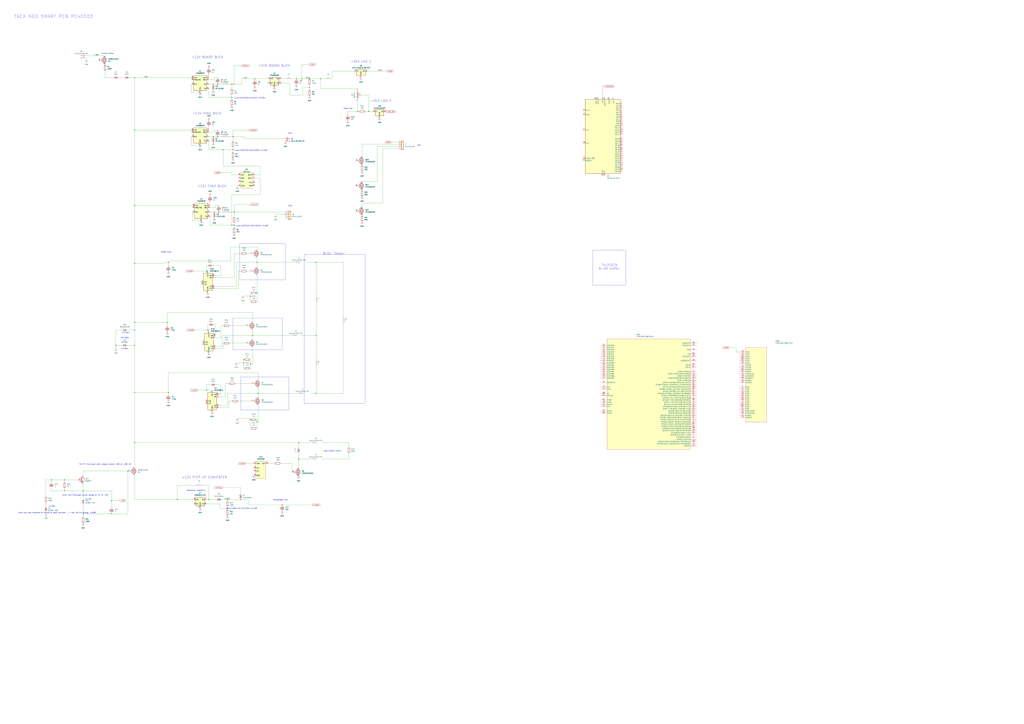
<source format=kicad_sch>
(kicad_sch (version 20231120) (generator "eeschema") (generator_version "8.0")
  (paper "A0")
  (junction (at 74.93 557.53))
  (junction (at 331.47 248.92))
  (junction (at 359.41 91.44))
  (junction (at 298.45 340.36))
  (junction (at 74.93 570.23))
  (junction (at 290.83 422.91))
  (junction (at 242.57 580.39))
  (junction (at 205.74 580.39))
  (junction (at 350.52 91.44))
  (junction (at 346.71 533.4))
  (junction (at 156.21 90.17))
  (junction (at 156.21 383.54))
  (junction (at 290.83 487.68))
  (junction (at 232.41 107.95))
  (junction (at 156.21 455.93))
  (junction (at 269.24 113.03))
  (junction (at 148.59 547.37))
  (junction (at 270.51 173.99))
  (junction (at 415.29 129.54))
  (junction (at 240.03 314.96))
  (junction (at 271.78 261.62))
  (junction (at 290.83 344.17))
  (junction (at 247.65 97.79))
  (junction (at 129.54 581.66))
  (junction (at 271.78 246.38))
  (junction (at 96.52 596.9))
  (junction (at 195.58 455.93))
  (junction (at 269.24 261.62))
  (junction (at 252.73 158.75))
  (junction (at 359.41 101.6))
  (junction (at 156.21 238.76))
  (junction (at 293.37 389.89))
  (junction (at 233.68 256.54))
  (junction (at 327.66 586.74))
  (junction (at 156.21 374.65))
  (junction (at 367.03 457.2))
  (junction (at 232.41 168.91))
  (junction (at 252.73 97.79))
  (junction (at 344.17 91.44))
  (junction (at 59.69 557.53))
  (junction (at 271.78 97.79))
  (junction (at 264.16 590.55))
  (junction (at 156.21 401.32))
  (junction (at 367.03 389.89))
  (junction (at 156.21 151.13))
  (junction (at 298.45 304.8))
  (junction (at 241.3 383.54))
  (junction (at 298.45 490.22))
  (junction (at 295.91 91.44))
  (junction (at 427.99 129.54))
  (junction (at 270.51 158.75))
  (junction (at 240.03 453.39))
  (junction (at 96.52 570.23))
  (junction (at 259.08 173.99))
  (junction (at 279.4 580.39))
  (junction (at 134.62 401.32))
  (junction (at 194.31 374.65))
  (junction (at 269.24 97.79))
  (junction (at 195.58 304.8))
  (junction (at 283.21 417.83))
  (junction (at 372.11 91.44))
  (junction (at 247.65 158.75))
  (junction (at 264.16 580.39))
  (junction (at 346.71 514.35))
  (junction (at 283.21 421.64))
  (junction (at 254 246.38))
  (junction (at 156.21 514.35))
  (junction (at 156.21 306.07))
  (junction (at 129.54 596.9))
  (junction (at 248.92 246.38))
  (junction (at 367.03 304.8))
  (junction (at 299.72 457.2))
  (wire (pts (xy 254 471.17) (xy 264.16 471.17)))
  (wire (pts (xy 248.92 377.19) (xy 250.19 377.19)))
  (wire (pts (xy 247.65 97.79) (xy 252.73 97.79)))
  (wire (pts (xy 280.67 97.79) (xy 280.67 91.44)))
  (wire (pts (xy 285.75 538.48) (xy 294.64 538.48)))
  (wire (pts (xy 195.58 433.07) (xy 195.58 455.93)))
  (wire (pts (xy 269.24 261.62) (xy 271.78 261.62)))
  (wire (pts (xy 226.06 383.54) (xy 241.3 383.54)))
  (wire (pts (xy 270.51 151.13) (xy 289.56 151.13)))
  (wire (pts (xy 267.97 287.02) (xy 298.45 287.02)))
  (wire (pts (xy 415.29 129.54) (xy 403.86 129.54)))
  (wire (pts (xy 261.62 461.01) (xy 254 461.01)))
  (wire (pts (xy 138.43 581.66) (xy 129.54 581.66)))
  (wire (pts (xy 267.97 303.53) (xy 267.97 287.02)))
  (wire (pts (xy 351.79 110.49) (xy 351.79 101.6)))
  (wire (pts (xy 298.45 287.02) (xy 298.45 289.56)))
  (wire (pts (xy 252.73 90.17) (xy 248.92 90.17)))
  (wire (pts (xy 96.52 570.23) (xy 129.54 570.23)))
  (wire (pts (xy 266.7 378.46) (xy 285.75 378.46)))
  (wire (pts (xy 416.56 129.54) (xy 415.29 129.54)))
  (wire (pts (xy 242.57 173.99) (xy 259.08 173.99)))
  (wire (pts (xy 140.97 383.54) (xy 134.62 383.54)))
  (wire (pts (xy 254 238.76) (xy 250.19 238.76)))
  (wire (pts (xy 74.93 557.53) (xy 88.9 557.53)))
  (wire (pts (xy 224.79 314.96) (xy 240.03 314.96)))
  (wire (pts (xy 156.21 306.07) (xy 156.21 238.76)))
  (wire (pts (xy 254 473.71) (xy 265.43 473.71)))
  (wire (pts (xy 276.86 215.9) (xy 275.59 215.9)))
  (wire (pts (xy 298.45 487.68) (xy 298.45 490.22)))
  (wire (pts (xy 148.59 383.54) (xy 156.21 383.54)))
  (wire (pts (xy 269.24 226.06) (xy 269.24 261.62)))
  (wire (pts (xy 148.59 547.37) (xy 96.52 547.37)))
  (wire (pts (xy 331.47 248.92) (xy 320.04 248.92)))
  (wire (pts (xy 367.03 425.45) (xy 367.03 457.2)))
  (wire (pts (xy 223.52 256.54) (xy 233.68 256.54)))
  (wire (pts (xy 266.7 398.78) (xy 285.75 398.78)))
  (wire (pts (xy 156.21 151.13) (xy 156.21 238.76)))
  (wire (pts (xy 326.39 96.52) (xy 336.55 96.52)))
  (wire (pts (xy 252.73 151.13) (xy 248.92 151.13)))
  (wire (pts (xy 229.87 453.39) (xy 240.03 453.39)))
  (wire (pts (xy 293.37 363.22) (xy 194.31 363.22)))
  (wire (pts (xy 454.66 165.1) (xy 462.28 165.1)))
  (wire (pts (xy 302.26 203.2) (xy 302.26 193.04)))
  (wire (pts (xy 96.52 570.23) (xy 96.52 562.61)))
  (wire (pts (xy 295.91 92.71) (xy 295.91 91.44)))
  (wire (pts (xy 699.77 100.33) (xy 699.77 113.03)))
  (wire (pts (xy 256.54 458.47) (xy 254 458.47)))
  (wire (pts (xy 438.15 170.18) (xy 462.28 170.18)))
  (wire (pts (xy 59.69 557.53) (xy 74.93 557.53)))
  (wire (pts (xy 195.58 303.53) (xy 267.97 303.53)))
  (wire (pts (xy 298.45 320.04) (xy 298.45 340.36)))
  (wire (pts (xy 367.03 304.8) (xy 367.03 344.17)))
  (wire (pts (xy 195.58 303.53) (xy 195.58 304.8)))
  (wire (pts (xy 290.83 486.41) (xy 290.83 487.68)))
  (wire (pts (xy 269.24 102.87) (xy 269.24 97.79)))
  (wire (pts (xy 290.83 422.91) (xy 293.37 422.91)))
  (wire (pts (xy 205.74 580.39) (xy 224.79 580.39)))
  (wire (pts (xy 257.81 402.59) (xy 257.81 389.89)))
  (wire (pts (xy 299.72 490.22) (xy 299.72 471.17)))
  (wire (pts (xy 398.78 304.8) (xy 398.78 368.3)))
  (wire (pts (xy 156.21 383.54) (xy 156.21 401.32)))
  (wire (pts (xy 290.83 237.49) (xy 271.78 237.49)))
  (wire (pts (xy 331.47 248.92) (xy 331.47 251.46)))
  (wire (pts (xy 194.31 363.22) (xy 194.31 374.65)))
  (wire (pts (xy 247.65 308.61) (xy 256.54 308.61)))
  (wire (pts (xy 252.73 158.75) (xy 257.81 158.75)))
  (wire (pts (xy 99.06 67.31) (xy 100.33 67.31)))
  (wire (pts (xy 96.52 586.74) (xy 96.52 596.9)))
  (wire (pts (xy 255.27 585.47) (xy 255.27 590.55)))
  (wire (pts (xy 269.24 113.03) (xy 269.24 110.49)))
  (wire (pts (xy 59.69 560.07) (xy 59.69 557.53)))
  (wire (pts (xy 462.28 172.72) (xy 444.5 172.72)))
  (wire (pts (xy 271.78 294.64) (xy 271.78 322.58)))
  (wire (pts (xy 53.34 595.63) (xy 53.34 596.9)))
  (wire (pts (xy 283.21 416.56) (xy 283.21 417.83)))
  (wire (pts (xy 222.25 151.13) (xy 156.21 151.13)))
  (wire (pts (xy 405.13 519.43) (xy 405.13 514.35)))
  (wire (pts (xy 420.37 181.61) (xy 420.37 167.64)))
  (wire (pts (xy 269.24 226.06) (xy 302.26 226.06)))
  (wire (pts (xy 270.51 158.75) (xy 270.51 163.83)))
  (wire (pts (xy 298.45 340.36) (xy 298.45 350.52)))
  (wire (pts (xy 248.92 246.38) (xy 254 246.38)))
  (wire (pts (xy 121.92 90.17) (xy 130.81 90.17)))
  (wire (pts (xy 222.25 107.95) (xy 232.41 107.95)))
  (wire (pts (xy 240.03 308.61) (xy 240.03 314.96)))
  (wire (pts (xy 256.54 320.04) (xy 248.92 320.04)))
  (wire (pts (xy 156.21 514.35) (xy 156.21 542.29)))
  (wire (pts (xy 53.34 576.58) (xy 53.34 557.53)))
  (wire (pts (xy 250.19 405.13) (xy 259.08 405.13)))
  (wire (pts (xy 96.52 596.9) (xy 96.52 600.71)))
  (wire (pts (xy 96.52 579.12) (xy 96.52 570.23)))
  (wire (pts (xy 420.37 236.22) (xy 420.37 240.03)))
  (wire (pts (xy 156.21 374.65) (xy 156.21 383.54)))
  (wire (pts (xy 248.92 332.74) (xy 274.32 332.74)))
  (wire (pts (xy 271.78 246.38) (xy 271.78 251.46)))
  (wire (pts (xy 426.72 82.55) (xy 449.58 82.55)))
  (wire (pts (xy 74.93 570.23) (xy 96.52 570.23)))
  (wire (pts (xy 59.69 570.23) (xy 74.93 570.23)))
  (wire (pts (xy 420.37 210.82) (xy 438.15 210.82)))
  (wire (pts (xy 367.03 417.83) (xy 367.03 389.89)))
  (wire (pts (xy 298.45 299.72) (xy 298.45 304.8)))
  (wire (pts (xy 433.07 129.54) (xy 427.99 129.54)))
  (wire (pts (xy 299.72 440.69) (xy 299.72 433.07)))
  (wire (pts (xy 96.52 596.9) (xy 129.54 596.9)))
  (wire (pts (xy 242.57 86.36) (xy 242.57 90.17)))
  (wire (pts (xy 271.78 261.62) (xy 271.78 259.08)))
  (wire (pts (xy 190.5 304.8) (xy 195.58 304.8)))
  (wire (pts (xy 271.78 76.2) (xy 271.78 97.79)))
  (wire (pts (xy 274.32 421.64) (xy 283.21 421.64)))
  (wire (pts (xy 265.43 473.71) (xy 265.43 466.09)))
  (wire (pts (xy 361.95 514.35) (xy 346.71 514.35)))
  (wire (pts (xy 138.43 90.17) (xy 143.51 90.17)))
  (wire (pts (xy 156.21 151.13) (xy 156.21 90.17)))
  (wire (pts (xy 156.21 552.45) (xy 156.21 580.39)))
  (wire (pts (xy 279.4 580.39) (xy 264.16 580.39)))
  (wire (pts (xy 134.62 401.32) (xy 140.97 401.32)))
  (wire (pts (xy 256.54 392.43) (xy 256.54 378.46)))
  (wire (pts (xy 274.32 332.74) (xy 274.32 304.8)))
  (wire (pts (xy 331.47 161.29) (xy 283.21 161.29)))
  (wire (pts (xy 256.54 308.61) (xy 256.54 320.04)))
  (wire (pts (xy 279.4 566.42) (xy 279.4 572.77)))
  (wire (pts (xy 53.34 584.2) (xy 53.34 588.01)))
  (wire (pts (xy 288.29 586.74) (xy 288.29 580.39)))
  (wire (pts (xy 354.33 304.8) (xy 367.03 304.8)))
  (wire (pts (xy 264.16 580.39) (xy 264.16 581.66)))
  (wire (pts (xy 156.21 455.93) (xy 195.58 455.93)))
  (wire (pts (xy 290.83 344.17) (xy 290.83 340.36)))
  (wire (pts (xy 195.58 455.93) (xy 195.58 458.47)))
  (wire (pts (xy 346.71 457.2) (xy 299.72 457.2)))
  (wire (pts (xy 372.11 91.44) (xy 377.19 91.44)))
  (wire (pts (xy 241.3 377.19) (xy 241.3 383.54)))
  (wire (pts (xy 287.02 314.96) (xy 290.83 314.96)))
  (wire (pts (xy 339.09 538.48) (xy 339.09 548.64)))
  (wire (pts (xy 372.11 91.44) (xy 372.11 102.87)))
  (wire (pts (xy 265.43 445.77) (xy 261.62 445.77)))
  (wire (pts (xy 298.45 490.22) (xy 298.45 497.84)))
  (wire (pts (xy 248.92 335.28) (xy 276.86 335.28)))
  (wire (pts (xy 427.99 129.54) (xy 424.18 129.54)))
  (wire (pts (xy 295.91 207.01) (xy 302.26 207.01)))
  (wire (pts (xy 256.54 378.46) (xy 259.08 378.46)))
  (wire (pts (xy 359.41 91.44) (xy 372.11 91.44)))
  (wire (pts (xy 386.08 82.55) (xy 386.08 91.44)))
  (wire (pts (xy 271.78 237.49) (xy 271.78 246.38)))
  (wire (pts (xy 121.92 82.55) (xy 121.92 90.17)))
  (wire (pts (xy 234.95 563.88) (xy 242.57 563.88)))
  (wire (pts (xy 242.57 113.03) (xy 242.57 102.87)))
  (wire (pts (xy 386.08 82.55) (xy 411.48 82.55)))
  (wire (pts (xy 243.84 261.62) (xy 269.24 261.62)))
  (wire (pts (xy 351.79 101.6) (xy 359.41 101.6)))
  (wire (pts (xy 339.09 91.44) (xy 344.17 91.44)))
  (wire (pts (xy 271.78 246.38) (xy 331.47 246.38)))
  (wire (pts (xy 259.08 173.99) (xy 270.51 173.99)))
  (wire (pts (xy 302.26 193.04) (xy 259.08 193.04)))
  (wire (pts (xy 96.52 547.37) (xy 96.52 552.45)))
  (wire (pts (xy 156.21 374.65) (xy 194.31 374.65)))
  (wire (pts (xy 298.45 490.22) (xy 299.72 490.22)))
  (wire (pts (xy 205.74 563.88) (xy 205.74 580.39)))
  (wire (pts (xy 129.54 581.66) (xy 129.54 589.28)))
  (wire (pts (xy 129.54 570.23) (xy 129.54 581.66)))
  (wire (pts (xy 331.47 163.83) (xy 331.47 165.1)))
  (wire (pts (xy 420.37 167.64) (xy 462.28 167.64)))
  (wire (pts (xy 270.51 151.13) (xy 270.51 158.75)))
  (wire (pts (xy 243.84 447.04) (xy 240.03 447.04)))
  (wire (pts (xy 346.71 543.56) (xy 346.71 533.4)))
  (wire (pts (xy 223.52 246.38) (xy 223.52 256.54)))
  (wire (pts (xy 283.21 421.64) (xy 283.21 427.99)))
  (wire (pts (xy 269.24 113.03) (xy 269.24 115.57)))
  (wire (pts (xy 269.24 200.66) (xy 269.24 203.2)))
  (wire (pts (xy 243.84 246.38) (xy 248.92 246.38)))
  (wire (pts (xy 259.08 173.99) (xy 259.08 193.04)))
  (wire (pts (xy 372.11 102.87) (xy 415.29 102.87)))
  (wire (pts (xy 222.25 168.91) (xy 232.41 168.91)))
  (wire (pts (xy 250.19 238.76) (xy 250.19 241.3)))
  (wire (pts (xy 243.84 234.95) (xy 243.84 238.76)))
  (wire (pts (xy 854.71 403.86) (xy 854.71 408.94)))
  (wire (pts (xy 298.45 304.8) (xy 298.45 309.88)))
  (wire (pts (xy 242.57 97.79) (xy 247.65 97.79)))
  (wire (pts (xy 847.09 403.86) (xy 854.71 403.86)))
  (wire (pts (xy 327.66 586.74) (xy 288.29 586.74)))
  (wire (pts (xy 295.91 91.44) (xy 311.15 91.44)))
  (wire (pts (xy 259.08 566.42) (xy 279.4 566.42)))
  (wire (pts (xy 367.03 457.2) (xy 398.78 457.2)))
  (wire (pts (xy 270.51 173.99) (xy 270.51 176.53)))
  (wire (pts (xy 264.16 471.17) (xy 264.16 457.2)))
  (wire (pts (xy 240.03 453.39) (xy 246.38 453.39)))
  (wire (pts (xy 276.86 335.28) (xy 276.86 314.96)))
  (wire (pts (xy 336.55 96.52) (xy 336.55 110.49)))
  (wire (pts (xy 360.68 457.2) (xy 367.03 457.2)))
  (wire (pts (xy 336.55 110.49) (xy 351.79 110.49)))
  (wire (pts (xy 299.72 457.2) (xy 299.72 461.01)))
  (wire (pts (xy 264.16 589.28) (xy 264.16 590.55)))
  (wire (pts (xy 359.41 74.93) (xy 350.52 74.93)))
  (wire (pts (xy 367.03 304.8) (xy 398.78 304.8)))
  (wire (pts (xy 222.25 97.79) (xy 222.25 107.95)))
  (wire (pts (xy 251.46 447.04) (xy 256.54 447.04)))
  (wire (pts (xy 129.54 596.9) (xy 148.59 596.9)))
  (wire (pts (xy 427.99 110.49) (xy 427.99 129.54)))
  (wire (pts (xy 266.7 246.38) (xy 271.78 246.38)))
  (wire (pts (xy 156.21 455.93) (xy 156.21 514.35)))
  (wire (pts (xy 346.71 533.4) (xy 346.71 527.05)))
  (wire (pts (xy 299.72 450.85) (xy 299.72 457.2)))
  (wire (pts (xy 261.62 445.77) (xy 261.62 461.01)))
  (wire (pts (xy 373.38 514.35) (xy 405.13 514.35)))
  (wire (pts (xy 302.26 207.01) (xy 302.26 226.06)))
  (wire (pts (xy 247.65 158.75) (xy 252.73 158.75)))
  (wire (pts (xy 276.86 466.09) (xy 292.1 466.09)))
  (wire (pts (xy 346.71 514.35) (xy 346.71 519.43)))
  (wire (pts (xy 248.92 92.71) (xy 242.57 92.71)))
  (wire (pts (xy 99.06 64.77) (xy 121.92 64.77)))
  (wire (pts (xy 74.93 570.23) (xy 74.93 567.69)))
  (wire (pts (xy 190.5 306.07) (xy 190.5 304.8)))
  (wire (pts (xy 242.57 147.32) (xy 242.57 151.13)))
  (wire (pts (xy 350.52 91.44) (xy 359.41 91.44)))
  (wire (pts (xy 854.71 408.94) (xy 858.52 408.94)))
  (wire (pts (xy 350.52 74.93) (xy 350.52 91.44)))
  (wire (pts (xy 339.09 389.89) (xy 293.37 389.89)))
  (wire (pts (xy 250.19 241.3) (xy 243.84 241.3)))
  (wire (pts (xy 256.54 200.66) (xy 269.24 200.66)))
  (wire (pts (xy 287.02 294.64) (xy 290.83 294.64)))
  (wire (pts (xy 74.93 557.53) (xy 74.93 560.07)))
  (wire (pts (xy 243.84 251.46) (xy 243.84 261.62)))
  (wire (pts (xy 242.57 158.75) (xy 247.65 158.75)))
  (wire (pts (xy 276.86 314.96) (xy 279.4 314.96)))
  (wire (pts (xy 242.57 113.03) (xy 269.24 113.03)))
  (wire (pts (xy 195.58 304.8) (xy 195.58 308.61)))
  (wire (pts (xy 415.29 118.11) (xy 415.29 129.54)))
  (wire (pts (xy 156.21 401.32) (xy 156.21 455.93)))
  (wire (pts (xy 242.57 383.54) (xy 242.57 384.81)))
  (wire (pts (xy 270.51 173.99) (xy 270.51 171.45)))
  (wire (pts (xy 274.32 304.8) (xy 298.45 304.8)))
  (wire (pts (xy 320.04 248.92) (xy 320.04 250.19)))
  (wire (pts (xy 298.45 304.8) (xy 342.9 304.8)))
  (wire (pts (xy 283.21 161.29) (xy 283.21 158.75)))
  (wire (pts (xy 265.43 466.09) (xy 269.24 466.09)))
  (wire (pts (xy 265.43 97.79) (xy 269.24 97.79)))
  (wire (pts (xy 269.24 203.2) (xy 276.86 203.2)))
  (wire (pts (xy 444.5 236.22) (xy 420.37 236.22)))
  (wire (pts (xy 156.21 90.17) (xy 222.25 90.17)))
  (wire (pts (xy 134.62 383.54) (xy 134.62 401.32)))
  (wire (pts (xy 148.59 401.32) (xy 156.21 401.32)))
  (wire (pts (xy 290.83 417.83) (xy 290.83 422.91)))
  (wire (pts (xy 270.51 158.75) (xy 283.21 158.75)))
  (wire (pts (xy 59.69 567.69) (xy 59.69 570.23)))
  (wire (pts (xy 281.94 344.17) (xy 290.83 344.17)))
  (wire (pts (xy 293.37 383.54) (xy 293.37 389.89)))
  (wire (pts (xy 271.78 97.79) (xy 280.67 97.79)))
  (wire (pts (xy 240.03 585.47) (xy 255.27 585.47)))
  (wire (pts (xy 269.24 97.79) (xy 271.78 97.79)))
  (wire (pts (xy 359.41 101.6) (xy 359.41 104.14)))
  (wire (pts (xy 257.81 389.89) (xy 293.37 389.89)))
  (wire (pts (xy 311.15 538.48) (xy 318.77 538.48)))
  (wire (pts (xy 248.92 90.17) (xy 248.92 92.71)))
  (wire (pts (xy 293.37 389.89) (xy 293.37 393.7)))
  (wire (pts (xy 290.83 422.91) (xy 290.83 427.99)))
  (wire (pts (xy 373.38 533.4) (xy 405.13 533.4)))
  (wire (pts (xy 386.08 91.44) (xy 384.81 91.44)))
  (wire (pts (xy 248.92 151.13) (xy 248.92 153.67)))
  (wire (pts (xy 242.57 563.88) (xy 242.57 580.39)))
  (wire (pts (xy 256.54 447.04) (xy 256.54 458.47)))
  (wire (pts (xy 403.86 129.54) (xy 403.86 133.35)))
  (wire (pts (xy 290.83 487.68) (xy 290.83 497.84)))
  (wire (pts (xy 257.81 580.39) (xy 264.16 580.39)))
  (wire (pts (xy 227.33 563.88) (xy 205.74 563.88)))
  (wire (pts (xy 288.29 580.39) (xy 279.4 580.39)))
  (wire (pts (xy 359.41 101.6) (xy 359.41 99.06)))
  (wire (pts (xy 134.62 401.32) (xy 134.62 405.13)))
  (wire (pts (xy 194.31 374.65) (xy 194.31 378.46)))
  (wire (pts (xy 156.21 306.07) (xy 156.21 374.65)))
  (wire (pts (xy 264.16 590.55) (xy 264.16 591.82)))
  (wire (pts (xy 405.13 527.05) (xy 405.13 533.4)))
  (wire (pts (xy 344.17 91.44) (xy 350.52 91.44)))
  (wire (pts (xy 349.25 389.89) (xy 367.03 389.89)))
  (wire (pts (xy 250.19 402.59) (xy 257.81 402.59)))
  (wire (pts (xy 241.3 383.54) (xy 242.57 383.54)))
  (wire (pts (xy 250.19 392.43) (xy 256.54 392.43)))
  (wire (pts (xy 398.78 375.92) (xy 398.78 457.2)))
  (wire (pts (xy 275.59 486.41) (xy 290.83 486.41)))
  (wire (pts (xy 148.59 596.9) (xy 148.59 547.37)))
  (wire (pts (xy 361.95 533.4) (xy 346.71 533.4)))
  (wire (pts (xy 271.78 261.62) (xy 271.78 264.16)))
  (wire (pts (xy 223.52 238.76) (xy 156.21 238.76)))
  (wire (pts (xy 420.37 110.49) (xy 427.99 110.49)))
  (wire (pts (xy 254 246.38) (xy 259.08 246.38)))
  (wire (pts (xy 438.15 210.82) (xy 438.15 170.18)))
  (wire (pts (xy 444.5 172.72) (xy 444.5 236.22)))
  (wire (pts (xy 242.57 163.83) (xy 242.57 173.99)))
  (wire (pts (xy 100.33 67.31) (xy 100.33 69.85)))
  (wire (pts (xy 265.43 158.75) (xy 270.51 158.75)))
  (wire (pts (xy 259.08 398.78) (xy 259.08 405.13)))
  (wire (pts (xy 250.19 377.19) (xy 250.19 389.89)))
  (wire (pts (xy 156.21 306.07) (xy 190.5 306.07)))
  (wire (pts (xy 367.03 389.89) (xy 367.03 351.79)))
  (wire (pts (xy 53.34 557.53) (xy 59.69 557.53)))
  (wire (pts (xy 222.25 158.75) (xy 222.25 168.91)))
  (wire (pts (xy 279.4 294.64) (xy 271.78 294.64)))
  (wire (pts (xy 255.27 590.55) (xy 264.16 590.55)))
  (wire (pts (xy 240.03 447.04) (xy 240.03 453.39)))
  (wire (pts (xy 242.57 580.39) (xy 240.03 580.39)))
  (wire (pts (xy 293.37 373.38) (xy 293.37 363.22)))
  (wire (pts (xy 701.04 100.33) (xy 699.77 100.33)))
  (wire (pts (xy 326.39 91.44) (xy 331.47 91.44)))
  (wire (pts (xy 248.92 153.67) (xy 242.57 153.67)))
  (wire (pts (xy 156.21 580.39) (xy 205.74 580.39)))
  (wire (pts (xy 273.05 445.77) (xy 292.1 445.77)))
  (wire (pts (xy 156.21 514.35) (xy 346.71 514.35)))
  (wire (pts (xy 299.72 433.07) (xy 195.58 433.07)))
  (wire (pts (xy 271.78 322.58) (xy 248.92 322.58)))
  (wire (pts (xy 151.13 90.17) (xy 156.21 90.17)))
  (wire (pts (xy 240.03 314.96) (xy 241.3 314.96)))
  (wire (pts (xy 283.21 417.83) (xy 283.21 421.64)))
  (wire (pts (xy 280.67 76.2) (xy 271.78 76.2)))
  (wire (pts (xy 327.66 586.74) (xy 363.22 586.74)))
  (wire (pts (xy 275.59 215.9) (xy 275.59 217.17)))
  (wire (pts (xy 264.16 457.2) (xy 299.72 457.2)))
  (wire (pts (xy 295.91 203.2) (xy 302.26 203.2)))
  (wire (pts (xy 242.57 580.39) (xy 250.19 580.39)))
  (wire (pts (xy 293.37 422.91) (xy 293.37 403.86)))
  (wire (pts (xy 280.67 91.44) (xy 295.91 91.44)))
  (wire (pts (xy 326.39 538.48) (xy 339.09 538.48)))
  (wire (pts (xy 290.83 350.52) (xy 290.83 344.17)))
  (wire (pts (xy 252.73 97.79) (xy 257.81 97.79)))
  (rectangle (start 688.34 290.83) (end 726.44 331.47))
  (rectangle (start 278.13 283.21) (end 331.47 325.12))
  (rectangle (start 353.06 295.91) (end 424.18 468.63))
  (rectangle (start 270.51 369.57) (end 327.66 406.4))
  (rectangle (start 279.4 438.15) (end 335.28 476.25))
  (text "Alternative: TLV61047?" (at 227.33 569.976 0) (effects (font (size 1.27 1.27))))
  (text "Vz=10V\n" (at 102.87 579.882 0) (effects (font (size 1.27 1.27))))
  (text "+5V5 BOARD BUCK" (at 318.516 76.454 0) (effects (font (size 2.54 2.54))))
  (text "+3V3 LDO 1" (at 419.1 71.628 0) (effects (font (size 2.54 2.54))))
  (text "+12V FAN2 BUCK" (at 246.126 216.408 0) (effects (font (size 2.54 2.54))))
  (text "This FET must open when voltage exceeds +36V on +48V rail" (at 122.174 539.496 0) (effects (font (size 1.27 1.27))))
  (text "+12V FAN1 BUCK" (at 240.538 131.826 0) (effects (font (size 2.54 2.54))))
  (text "TVS Diode" (at 144.78 392.43 0) (effects (font (size 1.27 1.27))))
  (text "+3V3 LDO 2" (at 442.468 117.348 0) (effects (font (size 2.54 2.54))))
  (text "Super Cap" (at 404.114 125.984 0) (effects (font (size 1.27 1.27))))
  (text "????" (at 486.41 169.164 0) (effects (font (size 1.27 1.27))))
  (text "+12V STEP UP CONVERTER" (at 237.236 554.736 0) (effects (font (size 2.54 2.54))))
  (text "Vz=100V" (at 145.796 386.588 0) (effects (font (size 1.27 1.27))))
  (text "74LVC07A\n6-bit buffer\n" (at 707.39 310.134 0) (effects (font (size 2.54 2.54))))
  (text "Vz=36V\n" (at 60.198 588.264 0) (effects (font (size 1.27 1.27))))
  (text "FAN1" (at 336.804 154.94 0) (effects (font (size 1.27 1.27))))
  (text "Mittelgroßer Elko\n" (at 325.628 580.898 0) (effects (font (size 1.27 1.27))))
  (text "TACX NEO SMART PCB P140103" (at 62.23 19.304 0) (effects (font (size 3.81 3.81))))
  (text "V_out=2.5V*(12k+3k3)/(3k3)=+11.60V" (at 292.608 262.382 0) (effects (font (size 1.27 1.27))))
  (text "BLDC \"Motor\"" (at 388.112 294.64 0) (effects (font (size 2.54 2.54))))
  (text "+12V BOARD BUCK" (at 241.046 66.548 0) (effects (font (size 2.54 2.54))))
  (text "V_out=(100k/12k+1)*1.23V=+11.48V" (at 280.416 590.804 0) (effects (font (size 1.27 1.27))))
  (text "FAN2\n" (at 336.804 239.268 0) (effects (font (size 1.27 1.27))))
  (text "V_out=2.5V*(3k9+1k)/(1k)=+12,25V" (at 290.068 113.792 0) (effects (font (size 1.27 1.27))))
  (text "Große Elkos\n" (at 193.04 292.862 0) (effects (font (size 1.27 1.27))))
  (text "Current limiter" (at 124.968 62.23 0) (effects (font (size 1.27 1.27))))
  (text "V_out=2.5V*(12k+3k3)/(3k3)=+11.60V" (at 291.338 174.752 0) (effects (font (size 1.27 1.27))))
  (text "Load resistor Trainer" (at 385.826 524.002 0) (effects (font (size 1.27 1.27))))
  (text "Zener here limits gate source voltage on FET to -10V" (at 99.06 575.31 0) (effects (font (size 1.27 1.27))))
  (text "Vz=85V" (at 144.78 405.13 0) (effects (font (size 1.27 1.27))))
  (text "Zener here sets threshold for shutoff of boost converter --> Max. SW PIN voltage +40V!!!" (at 66.04 595.884 0) (effects (font (size 1.27 1.27))))
  (label "+5V5" (at 354.33 91.44 0))
  (label "+12V" (at 281.94 91.44 0))
  (label "+3V3" (at 438.15 82.55 0))
  (label "+11V5" (at 260.35 580.39 0))
  (label "+48V" (at 109.22 64.77 0))
  (label "+46V" (at 166.37 90.17 0))
  (global_label "+11V5" (shape output) (at 363.22 586.74 0) (property "Intersheetrefs" "${INTERSHEET_REFS}" (effects (hide yes))))
  (global_label "+3V3_DIG" (shape input) (at 701.04 100.33 0) (property "Intersheetrefs" "${INTERSHEET_REFS}" (effects (hide yes))))
  (global_label "+12V_2" (shape output) (at 289.56 151.13 0) (property "Intersheetrefs" "${INTERSHEET_REFS}" (effects (hide yes))))
  (global_label "+3V3_DIG" (shape output) (at 448.31 129.54 0) (property "Intersheetrefs" "${INTERSHEET_REFS}" (effects (hide yes))))
  (global_label "+3V3" (shape output) (at 449.58 82.55 0) (property "Intersheetrefs" "${INTERSHEET_REFS}" (effects (hide yes))))
  (global_label "+11V5" (shape input) (at 226.06 383.54 180) (property "Intersheetrefs" "${INTERSHEET_REFS}" (effects (hide yes))))
  (global_label "+46V" (shape input) (at 138.43 581.66 0) (property "Intersheetrefs" "${INTERSHEET_REFS}" (effects (hide yes))))
  (global_label "+3V3" (shape input) (at 847.09 403.86 180) (property "Intersheetrefs" "${INTERSHEET_REFS}" (effects (hide yes))))
  (global_label "+3V3" (shape input) (at 256.54 200.66 180) (property "Intersheetrefs" "${INTERSHEET_REFS}" (effects (hide yes))))
  (global_label "+12V_1" (shape output) (at 280.67 76.2 0) (property "Intersheetrefs" "${INTERSHEET_REFS}" (effects (hide yes))))
  (global_label "+11V5" (shape input) (at 224.79 314.96 180) (property "Intersheetrefs" "${INTERSHEET_REFS}" (effects (hide yes))))
  (global_label "+11V5" (shape input) (at 285.75 538.48 180) (property "Intersheetrefs" "${INTERSHEET_REFS}" (effects (hide yes))))
  (global_label "+5V5" (shape input) (at 454.66 165.1 180) (property "Intersheetrefs" "${INTERSHEET_REFS}" (effects (hide yes))))
  (global_label "+11V5" (shape input) (at 229.87 453.39 180) (property "Intersheetrefs" "${INTERSHEET_REFS}" (effects (hide yes))))
  (global_label "+12V_1" (shape input) (at 259.08 566.42 180) (property "Intersheetrefs" "${INTERSHEET_REFS}" (effects (hide yes))))
  (global_label "+12V_3" (shape output) (at 290.83 237.49 0) (property "Intersheetrefs" "${INTERSHEET_REFS}" (effects (hide yes))))
  (global_label "+5V5" (shape output) (at 359.41 74.93 0) (property "Intersheetrefs" "${INTERSHEET_REFS}" (effects (hide yes))))
  (symbol (lib_id "Connector:Conn_01x01_Pin") (at 351.79 457.2 0) (mirror y) (unit 1)
    (property "Reference" "J4" (at 351.155 452.12 0))
    (property "Value" "Conn_01x01_Pin" (at 351.155 454.66 0))
    (property "Description" "Generic connector, single row, 01x01, script generated" (effects (hide yes)))
  )
  (symbol (lib_id "power:GND") (at 346.71 553.72 0) (unit 1)
    (property "Reference" "#PWR034" (effects (hide yes)))
    (property "Value" "GND" (at 346.71 558.8 0))
    (property "Description" "Power symbol creates a global label with name \"GND\" , ground" (effects (hide yes)))
  )
  (symbol (lib_id "Device:R") (at 405.13 523.24 0) (unit 1)
    (property "Reference" "R23" (at 407.67 521.9699 0) (effects (justify left)))
    (property "Value" "5R9" (at 407.67 524.5099 0) (effects (justify left)))
    (property "Description" "Resistor" (effects (hide yes)))
  )
  (symbol (lib_id "Device:C") (at 295.91 96.52 0) (unit 1)
    (property "Reference" "C1" (at 299.72 95.2499 0) (effects (justify left)))
    (property "Value" "C" (at 299.72 97.7899 0) (effects (justify left)))
    (property "Description" "Unpolarized capacitor" (effects (hide yes)))
  )
  (symbol (lib_id "Device:R") (at 322.58 538.48 90) (unit 1)
    (property "Reference" "R18" (at 322.58 532.13 90))
    (property "Value" "10R" (at 322.58 534.67 90))
    (property "Description" "Resistor" (effects (hide yes)))
  )
  (symbol (lib_id "Device:R") (at 262.89 378.46 90) (unit 1)
    (property "Reference" "R24" (at 262.89 372.11 90))
    (property "Value" "11R" (at 262.89 374.65 90))
    (property "Description" "Resistor" (effects (hide yes)))
  )
  (symbol (lib_id "power:GND") (at 403.86 140.97 0) (unit 1)
    (property "Reference" "#PWR020" (effects (hide yes)))
    (property "Value" "GND" (at 403.86 146.05 0))
    (property "Description" "Power symbol creates a global label with name \"GND\" , ground" (effects (hide yes)))
  )
  (symbol (lib_id "New_Library:DS4412") (at 285.75 199.39 0) (unit 1)
    (property "Reference" "U9" (at 286.385 196.85 0))
    (property "Value" "DS4412" (at 286.385 199.39 0))
  )
  (symbol (lib_id "Simulation_SPICE:NMOS") (at 344.17 548.64 0) (unit 1)
    (property "Reference" "Q9" (at 350.52 547.3699 0) (effects (justify left)))
    (property "Value" "IPP023N10N5" (at 350.52 549.9099 0) (effects (justify left)))
    (property "Datasheet" "https://ngspice.sourceforge.io/docs/ngspice-html-manual/manual.xhtml#cha_MOSFETs" (effects (hide yes)))
    (property "Description" "N-MOSFET transistor, drain/source/gate" (effects (hide yes)))
    (property "Sim.Device" "NMOS" (effects (hide yes)))
    (property "Sim.Type" "VDMOS" (effects (hide yes)))
    (property "Sim.Pins" "1=D 2=G 3=S" (effects (hide yes)))
  )
  (symbol (lib_id "power:GND") (at 295.91 100.33 0) (unit 1)
    (property "Reference" "#PWR06" (effects (hide yes)))
    (property "Value" "GND" (at 295.91 105.41 0))
    (property "Description" "Power symbol creates a global label with name \"GND\" , ground" (effects (hide yes)))
  )
  (symbol (lib_id "power:GND") (at 420.37 199.39 0) (unit 1)
    (property "Reference" "#PWR037" (effects (hide yes)))
    (property "Value" "GND" (at 420.37 204.47 0))
    (property "Description" "Power symbol creates a global label with name \"GND\" , ground" (effects (hide yes)))
  )
  (symbol (lib_id "Device:D") (at 247.65 101.6 270) (unit 1)
    (property "Reference" "D3" (at 250.19 100.3299 90) (effects (justify left)))
    (property "Value" "DFLS1100" (at 250.19 102.8699 90) (effects (justify left)))
    (property "Description" "Diode" (effects (hide yes)))
    (property "Sim.Device" "D" (effects (hide yes)))
    (property "Sim.Pins" "1=K 2=A" (effects (hide yes)))
  )
  (symbol (lib_id "Regulator_Switching:LM5008MM") (at 232.41 156.21 0) (unit 1)
    (property "Reference" "U2" (at 232.41 143.51 0))
    (property "Value" "LM5008MM" (at 232.41 146.05 0))
    (property "Footprint" "Package_SO:MSOP-8_3x3mm_P0.65mm" (effects (hide yes)))
    (property "Datasheet" "http://www.ti.com/lit/ds/symlink/lm5008.pdf" (effects (hide yes)))
    (property "Description" "500mA, High Voltage (100V) Step-Down Switching Regulator, Adjustable Output Voltage, MSOP-8" (effects (hide yes)))
  )
  (symbol (lib_id "power:GND") (at 270.51 184.15 0) (unit 1)
    (property "Reference" "#PWR018" (effects (hide yes)))
    (property "Value" "GND" (at 270.51 189.23 0))
    (property "Description" "Power symbol creates a global label with name \"GND\" , ground" (effects (hide yes)))
  )
  (symbol (lib_id "power:GND") (at 246.38 478.79 0) (unit 1)
    (property "Reference" "#PWR032" (effects (hide yes)))
    (property "Value" "GND" (at 246.38 483.87 0))
    (property "Description" "Power symbol creates a global label with name \"GND\" , ground" (effects (hide yes)))
  )
  (symbol (lib_id "Diode:BZX84Cxx") (at 96.52 582.93 270) (unit 1)
    (property "Reference" "D15" (at 99.06 581.6599 90) (effects (justify left)))
    (property "Value" "BZX84-C10" (at 99.06 584.1999 90) (effects (justify left)))
    (property "Footprint" "Package_TO_SOT_SMD:SOT-23" (effects (hide yes)))
    (property "Datasheet" "https://diotec.com/tl_files/diotec/files/pdf/datasheets/bzx84c2v4.pdf" (effects (hide yes)))
    (property "Description" "300mW Zener Diode, SOT-23" (effects (hide yes)))
  )
  (symbol (lib_id "Device:R") (at 271.78 255.27 0) (unit 1)
    (property "Reference" "R8" (at 274.32 253.9999 0) (effects (justify left)))
    (property "Value" "12k" (at 274.32 256.5399 0) (effects (justify left)))
    (property "Description" "Resistor" (effects (hide yes)))
  )
  (symbol (lib_id "power:GND") (at 247.65 166.37 0) (unit 1)
    (property "Reference" "#PWR013" (effects (hide yes)))
    (property "Value" "GND" (at 247.65 171.45 0))
    (property "Description" "Power symbol creates a global label with name \"GND\" , ground" (effects (hide yes)))
  )
  (symbol (lib_id "Connector:Conn_01x02_Pin") (at 93.98 64.77 0) (unit 1)
    (property "Reference" "DC" (at 94.615 59.69 0))
    (property "Value" "Conn_01x02_Pin" (at 94.615 62.23 0))
    (property "Description" "Generic connector, single row, 01x02, script generated" (effects (hide yes)))
  )
  (symbol (lib_id "power:GND") (at 320.04 250.19 0) (unit 1)
    (property "Reference" "#PWR035" (effects (hide yes)))
    (property "Value" "GND" (at 320.04 255.27 0))
    (property "Description" "Power symbol creates a global label with name \"GND\" , ground" (effects (hide yes)))
  )
  (symbol (lib_id "Device:R") (at 294.64 497.84 90) (unit 1)
    (property "Reference" "R17" (at 294.64 491.49 90))
    (property "Value" "1m" (at 294.64 494.03 90))
    (property "Description" "Resistor" (effects (hide yes)))
  )
  (symbol (lib_id "Device:R") (at 53.34 580.39 0) (unit 1)
    (property "Reference" "R32" (at 55.88 579.1199 0) (effects (justify left)))
    (property "Value" "100K" (at 55.88 581.6599 0) (effects (justify left)))
    (property "Description" "Resistor" (effects (hide yes)))
  )
  (symbol (lib_id "Regulator_Switching:TPS560200") (at 318.77 93.98 0) (unit 1)
    (property "Reference" "U4" (at 318.77 85.09 0))
    (property "Value" "TPS560200" (at 318.77 87.63 0))
    (property "Footprint" "Package_TO_SOT_SMD:SOT-23-5" (effects (hide yes)))
    (property "Datasheet" "http://www.ti.com/lit/ds/symlink/tps560200.pdf" (effects (hide yes)))
    (property "Description" "500mA, Synchronous Step-Down Converter With, Adjustable Output Voltage, 4.5-17V Input Voltage, SOT-23-5" (effects (hide yes)))
  )
  (symbol (lib_id "Simulation_SPICE:NMOS") (at 295.91 294.64 0) (unit 1)
    (property "Reference" "Q3" (at 302.26 293.3699 0) (effects (justify left)))
    (property "Value" "IPP023N10N5" (at 302.26 295.9099 0) (effects (justify left)))
    (property "Datasheet" "https://ngspice.sourceforge.io/docs/ngspice-html-manual/manual.xhtml#cha_MOSFETs" (effects (hide yes)))
    (property "Description" "N-MOSFET transistor, drain/source/gate" (effects (hide yes)))
    (property "Sim.Device" "NMOS" (effects (hide yes)))
    (property "Sim.Type" "VDMOS" (effects (hide yes)))
    (property "Sim.Pins" "1=D 2=G 3=S" (effects (hide yes)))
  )
  (symbol (lib_id "power:GND") (at 420.37 257.81 0) (unit 1)
    (property "Reference" "#PWR039" (effects (hide yes)))
    (property "Value" "GND" (at 420.37 262.89 0))
    (property "Description" "Power symbol creates a global label with name \"GND\" , ground" (effects (hide yes)))
  )
  (symbol (lib_id "power:GND") (at 359.41 111.76 0) (unit 1)
    (property "Reference" "#PWR04" (effects (hide yes)))
    (property "Value" "GND" (at 359.41 116.84 0))
    (property "Description" "Power symbol creates a global label with name \"GND\" , ground" (effects (hide yes)))
  )
  (symbol (lib_id "Device:L") (at 367.03 421.64 0) (unit 1)
    (property "Reference" "L8" (at 368.3 420.3699 0) (effects (justify left)))
    (property "Value" "L" (at 368.3 422.9099 0) (effects (justify left)))
    (property "Description" "Inductor" (effects (hide yes)))
  )
  (symbol (lib_id "Simulation_SPICE:NMOS") (at 417.83 245.11 0) (unit 1)
    (property "Reference" "Q12" (at 424.18 243.8399 0) (effects (justify left)))
    (property "Value" "NTD40N03R" (at 424.18 246.3799 0) (effects (justify left)))
    (property "Datasheet" "https://ngspice.sourceforge.io/docs/ngspice-html-manual/manual.xhtml#cha_MOSFETs" (effects (hide yes)))
    (property "Description" "N-MOSFET transistor, drain/source/gate" (effects (hide yes)))
    (property "Sim.Device" "NMOS" (effects (hide yes)))
    (property "Sim.Type" "VDMOS" (effects (hide yes)))
    (property "Sim.Pins" "1=D 2=G 3=S" (effects (hide yes)))
  )
  (symbol (lib_id "Device:D") (at 147.32 90.17 180) (unit 1)
    (property "Reference" "D2" (at 147.32 83.82 0))
    (property "Value" "ES1J" (at 147.32 86.36 0))
    (property "Description" "Diode" (effects (hide yes)))
    (property "Sim.Device" "D" (effects (hide yes)))
    (property "Sim.Pins" "1=K 2=A" (effects (hide yes)))
  )
  (symbol (lib_id "power:GND") (at 331.47 165.1 0) (unit 1)
    (property "Reference" "#PWR036" (effects (hide yes)))
    (property "Value" "GND" (at 331.47 170.18 0))
    (property "Description" "Power symbol creates a global label with name \"GND\" , ground" (effects (hide yes)))
  )
  (symbol (lib_id "power:GND") (at 232.41 590.55 0) (unit 1)
    (property "Reference" "#PWR010" (effects (hide yes)))
    (property "Value" "GND" (at 232.41 595.63 0))
    (property "Description" "Power symbol creates a global label with name \"GND\" , ground" (effects (hide yes)))
  )
  (symbol (lib_id "Diode:BZX84Cxx") (at 53.34 591.82 270) (unit 1)
    (property "Reference" "D14" (at 55.88 590.5499 90) (effects (justify left)))
    (property "Value" "BZX84-B36" (at 55.88 593.0899 90) (effects (justify left)))
    (property "Footprint" "Package_TO_SOT_SMD:SOT-23" (effects (hide yes)))
    (property "Datasheet" "https://diotec.com/tl_files/diotec/files/pdf/datasheets/bzx84c2v4.pdf" (effects (hide yes)))
    (property "Description" "300mW Zener Diode, SOT-23" (effects (hide yes)))
  )
  (symbol (lib_id "Device:R") (at 359.41 95.25 0) (unit 1)
    (property "Reference" "R2" (at 361.95 93.9799 0) (effects (justify left)))
    (property "Value" "130k" (at 361.95 96.5199 0) (effects (justify left)))
    (property "Description" "Resistor" (effects (hide yes)))
  )
  (symbol (lib_id "Device:R") (at 96.52 604.52 0) (unit 1)
    (property "Reference" "R31" (at 99.06 603.2499 0) (effects (justify left)))
    (property "Value" "100K" (at 99.06 605.7899 0) (effects (justify left)))
    (property "Description" "Resistor" (effects (hide yes)))
  )
  (symbol (lib_id "Connector_Generic:Conn_01x04") (at 467.36 167.64 0) (unit 1)
    (property "Reference" "J7" (at 469.9 167.6399 0) (effects (justify left)))
    (property "Value" "Conn_01x04" (at 469.9 170.1799 0) (effects (justify left)))
    (property "Description" "Generic connector, single row, 01x04, script generated (kicad-library-utils/schlib/autogen/connector/)" (effects (hide yes)))
  )
  (symbol (lib_id "Device:L") (at 335.28 91.44 90) (unit 1)
    (property "Reference" "L1" (at 335.28 86.36 90))
    (property "Value" "L" (at 335.28 88.9 90))
    (property "Description" "Inductor" (effects (hide yes)))
  )
  (symbol (lib_id "power:GND") (at 294.64 552.45 0) (unit 1)
    (property "Reference" "#PWR040" (effects (hide yes)))
    (property "Value" "GND" (at 294.64 557.53 0))
    (property "Description" "Power symbol creates a global label with name \"GND\" , ground" (effects (hide yes)))
  )
  (symbol (lib_id "power:GND") (at 318.77 101.6 0) (unit 1)
    (property "Reference" "#PWR02" (effects (hide yes)))
    (property "Value" "GND" (at 318.77 106.68 0))
    (property "Description" "Power symbol creates a global label with name \"GND\" , ground" (effects (hide yes)))
  )
  (symbol (lib_id "Device:C") (at 344.17 95.25 0) (unit 1)
    (property "Reference" "C2" (at 347.98 93.9799 0) (effects (justify left)))
    (property "Value" "C" (at 347.98 96.5199 0) (effects (justify left)))
    (property "Description" "Unpolarized capacitor" (effects (hide yes)))
  )
  (symbol (lib_id "Device:C") (at 242.57 143.51 0) (unit 1)
    (property "Reference" "C8" (at 246.38 142.2399 0) (effects (justify left)))
    (property "Value" "C" (at 246.38 144.7799 0) (effects (justify left)))
    (property "Description" "Unpolarized capacitor" (effects (hide yes)))
  )
  (symbol (lib_id "MCU_Nordic:nRF51x22-QFxx") (at 699.77 158.75 0) (unit 1)
    (property "Reference" "U6" (at 704.5041 204.47 0) (effects (justify left)))
    (property "Value" "nRF51x22-QFxx" (at 704.5041 207.01 0) (effects (justify left)))
    (property "Footprint" "Package_DFN_QFN:QFN-48-1EP_6x6mm_P0.4mm_EP4.6x4.6mm" (effects (hide yes)))
    (property "Datasheet" "http://infocenter.nordicsemi.com/pdf/nRF51822_PS_v3.3.pdf" (effects (hide yes)))
    (property "Description" "Multiprotocol BLE/2.4GHz Cortex-M0+ SoC" (effects (hide yes)))
  )
  (symbol (lib_id "Device:R") (at 287.02 417.83 90) (unit 1)
    (property "Reference" "R14" (at 287.02 411.48 90))
    (property "Value" "1m" (at 287.02 414.02 90))
    (property "Description" "Resistor" (effects (hide yes)))
  )
  (symbol (lib_id "Driver_FET:IRS21867S") (at 241.3 327.66 0) (unit 1)
    (property "Reference" "IC18" (at 243.4941 312.42 0) (effects (justify left)))
    (property "Value" "IRS21867S" (at 243.4941 314.96 0) (effects (justify left)))
    (property "Footprint" "Package_SO:SOIC-8_3.9x4.9mm_P1.27mm" (effects (hide yes)))
    (property "Datasheet" "http://www.infineon.com/dgdl/irs21867spbf.pdf?fileId=5546d462533600a4015356770e8327eb" (effects (hide yes)))
    (property "Description" "High and Low Side Driver, 600V, 4.0/4.0A, SOIC-8" (effects (hide yes)))
  )
  (symbol (lib_id "power:GND") (at 195.58 466.09 0) (unit 1)
    (property "Reference" "#PWR025" (effects (hide yes)))
    (property "Value" "GND" (at 195.58 471.17 0))
    (property "Description" "Power symbol creates a global label with name \"GND\" , ground" (effects (hide yes)))
  )
  (symbol (lib_id "power:GND") (at 269.24 123.19 0) (unit 1)
    (property "Reference" "#PWR017" (effects (hide yes)))
    (property "Value" "GND" (at 269.24 128.27 0))
    (property "Description" "Power symbol creates a global label with name \"GND\" , ground" (effects (hide yes)))
  )
  (symbol (lib_id "power:GND") (at 232.41 107.95 0) (unit 1)
    (property "Reference" "#PWR07" (effects (hide yes)))
    (property "Value" "GND" (at 232.41 113.03 0))
    (property "Description" "Power symbol creates a global label with name \"GND\" , ground" (effects (hide yes)))
  )
  (symbol (lib_id "Device:C") (at 254 242.57 0) (unit 1)
    (property "Reference" "C11" (at 257.81 241.2999 0) (effects (justify left)))
    (property "Value" "C" (at 257.81 243.8399 0) (effects (justify left)))
    (property "Description" "Unpolarized capacitor" (effects (hide yes)))
  )
  (symbol (lib_id "power:GND") (at 242.57 78.74 0) (mirror x) (unit 1)
    (property "Reference" "#PWR08" (effects (hide yes)))
    (property "Value" "GND" (at 242.57 73.66 0))
    (property "Description" "Power symbol creates a global label with name \"GND\" , ground" (effects (hide yes)))
  )
  (symbol (lib_id "Diode:5KPxxA") (at 144.78 401.32 180) (unit 1)
    (property "Reference" "D13" (at 144.78 394.97 0))
    (property "Value" "5KP85A" (at 144.78 397.51 0))
    (property "Footprint" "Diode_THT:D_P600_R-6_P20.00mm_Horizontal" (effects (hide yes)))
    (property "Datasheet" "https://diotec.com/tl_files/diotec/files/pdf/datasheets/5kp65.pdf" (effects (hide yes)))
    (property "Description" "5000W unidirectional Transient Voltage Suppressor, P-600" (effects (hide yes)))
  )
  (symbol (lib_id "Simulation_SPICE:NMOS") (at 297.18 466.09 0) (unit 1)
    (property "Reference" "Q8" (at 303.53 464.8199 0) (effects (justify left)))
    (property "Value" "IPP023N10N5" (at 303.53 467.3599 0) (effects (justify left)))
    (property "Datasheet" "https://ngspice.sourceforge.io/docs/ngspice-html-manual/manual.xhtml#cha_MOSFETs" (effects (hide yes)))
    (property "Description" "N-MOSFET transistor, drain/source/gate" (effects (hide yes)))
    (property "Sim.Device" "NMOS" (effects (hide yes)))
    (property "Sim.Type" "VDMOS" (effects (hide yes)))
    (property "Sim.Pins" "1=D 2=G 3=S" (effects (hide yes)))
  )
  (symbol (lib_id "Device:R") (at 269.24 445.77 90) (unit 1)
    (property "Reference" "R26" (at 269.24 439.42 90))
    (property "Value" "11R" (at 269.24 441.96 90))
    (property "Description" "Resistor" (effects (hide yes)))
  )
  (symbol (lib_id "Device:L") (at 381 91.44 90) (unit 1)
    (property "Reference" "L6" (at 381 86.36 90))
    (property "Value" "L" (at 381 88.9 90))
    (property "Description" "Inductor" (effects (hide yes)))
  )
  (symbol (lib_id "power:GND") (at 274.32 421.64 0) (unit 1)
    (property "Reference" "#PWR028" (effects (hide yes)))
    (property "Value" "GND" (at 274.32 426.72 0))
    (property "Description" "Power symbol creates a global label with name \"GND\" , ground" (effects (hide yes)))
  )
  (symbol (lib_id "Device:D") (at 245.11 377.19 180) (unit 1)
    (property "Reference" "D10" (at 245.11 370.84 0))
    (property "Value" "ES1J" (at 245.11 373.38 0))
    (property "Description" "Diode" (effects (hide yes)))
    (property "Sim.Device" "D" (effects (hide yes)))
    (property "Sim.Pins" "1=K 2=A" (effects (hide yes)))
  )
  (symbol (lib_id "Device:R") (at 271.78 267.97 0) (unit 1)
    (property "Reference" "R9" (at 274.32 266.6999 0) (effects (justify left)))
    (property "Value" "3k3" (at 274.32 269.2399 0) (effects (justify left)))
    (property "Description" "Resistor" (effects (hide yes)))
  )
  (symbol (lib_id "Device:R") (at 264.16 585.47 0) (unit 1)
    (property "Reference" "R10" (at 266.7 584.1999 0) (effects (justify left)))
    (property "Value" "100k" (at 266.7 586.7399 0) (effects (justify left)))
    (property "Description" "Resistor" (effects (hide yes)))
  )
  (symbol (lib_id "Device:R") (at 273.05 466.09 90) (unit 1)
    (property "Reference" "R27" (at 273.05 459.74 90))
    (property "Value" "11R" (at 273.05 462.28 90))
    (property "Description" "Resistor" (effects (hide yes)))
  )
  (symbol (lib_id "Device:C") (at 327.66 590.55 0) (unit 1)
    (property "Reference" "C17" (at 331.47 589.2799 0) (effects (justify left)))
    (property "Value" "22u" (at 331.47 591.8199 0) (effects (justify left)))
    (property "Description" "Unpolarized capacitor" (effects (hide yes)))
  )
  (symbol (lib_id "Driver_FET:IRS21867S") (at 246.38 466.09 0) (unit 1)
    (property "Reference" "IC1" (at 248.5741 450.85 0) (effects (justify left)))
    (property "Value" "IRS21867S" (at 248.5741 453.39 0) (effects (justify left)))
    (property "Footprint" "Package_SO:SOIC-8_3.9x4.9mm_P1.27mm" (effects (hide yes)))
    (property "Datasheet" "http://www.infineon.com/dgdl/irs21867spbf.pdf?fileId=5546d462533600a4015356770e8327eb" (effects (hide yes)))
    (property "Description" "High and Low Side Driver, 600V, 4.0/4.0A, SOIC-8" (effects (hide yes)))
  )
  (symbol (lib_id "Device:R") (at 294.64 487.68 90) (unit 1)
    (property "Reference" "R16" (at 294.64 481.33 90))
    (property "Value" "1m" (at 294.64 483.87 90))
    (property "Description" "Resistor" (effects (hide yes)))
  )
  (symbol (lib_id "Simulation_SPICE:NMOS") (at 290.83 378.46 0) (unit 1)
    (property "Reference" "Q5" (at 297.18 377.1899 0) (effects (justify left)))
    (property "Value" "IPP023N10N5" (at 297.18 379.7299 0) (effects (justify left)))
    (property "Datasheet" "https://ngspice.sourceforge.io/docs/ngspice-html-manual/manual.xhtml#cha_MOSFETs" (effects (hide yes)))
    (property "Description" "N-MOSFET transistor, drain/source/gate" (effects (hide yes)))
    (property "Sim.Device" "NMOS" (effects (hide yes)))
    (property "Sim.Type" "VDMOS" (effects (hide yes)))
    (property "Sim.Pins" "1=D 2=G 3=S" (effects (hide yes)))
  )
  (symbol (lib_id "Device:C") (at 243.84 231.14 0) (unit 1)
    (property "Reference" "C10" (at 247.65 229.8699 0) (effects (justify left)))
    (property "Value" "C" (at 247.65 232.4099 0) (effects (justify left)))
    (property "Description" "Unpolarized capacitor" (effects (hide yes)))
  )
  (symbol (lib_id "Regulator_Switching:LM5008MM") (at 232.41 95.25 0) (unit 1)
    (property "Reference" "U1" (at 232.41 82.55 0))
    (property "Value" "LM5008MM" (at 232.41 85.09 0))
    (property "Footprint" "Package_SO:MSOP-8_3x3mm_P0.65mm" (effects (hide yes)))
    (property "Datasheet" "http://www.ti.com/lit/ds/symlink/lm5008.pdf" (effects (hide yes)))
    (property "Description" "500mA, High Voltage (100V) Step-Down Switching Regulator, Adjustable Output Voltage, MSOP-8" (effects (hide yes)))
  )
  (symbol (lib_id "Connector_Generic:Conn_01x04") (at 336.55 248.92 0) (unit 1)
    (property "Reference" "J6" (at 339.09 248.9199 0) (effects (justify left)))
    (property "Value" "Conn_01x04" (at 339.09 251.4599 0) (effects (justify left)))
    (property "Description" "Generic connector, single row, 01x04, script generated (kicad-library-utils/schlib/autogen/connector/)" (effects (hide yes)))
  )
  (symbol (lib_id "power:GND") (at 281.94 344.17 0) (unit 1)
    (property "Reference" "#PWR029" (effects (hide yes)))
    (property "Value" "GND" (at 281.94 349.25 0))
    (property "Description" "Power symbol creates a global label with name \"GND\" , ground" (effects (hide yes)))
  )
  (symbol (lib_id "Device:D") (at 134.62 90.17 180) (unit 1)
    (property "Reference" "D1" (at 134.62 83.82 0))
    (property "Value" "ES1J" (at 134.62 86.36 0))
    (property "Description" "Diode" (effects (hide yes)))
    (property "Sim.Device" "D" (effects (hide yes)))
    (property "Sim.Pins" "1=K 2=A" (effects (hide yes)))
  )
  (symbol (lib_id "Device:D_Schottky") (at 279.4 576.58 90) (unit 1)
    (property "Reference" "D7" (at 281.94 575.6274 90) (effects (justify right)))
    (property "Value" "D_Schottky" (at 281.94 578.1674 90) (effects (justify right)))
    (property "Description" "Schottky diode" (effects (hide yes)))
  )
  (symbol (lib_id "Device:R") (at 420.37 224.79 0) (unit 1)
    (property "Reference" "R20" (at 422.91 223.5199 0) (effects (justify left)))
    (property "Value" "5R6" (at 422.91 226.0599 0) (effects (justify left)))
    (property "Description" "Resistor" (effects (hide yes)))
  )
  (symbol (lib_id "Device:D") (at 247.65 162.56 270) (unit 1)
    (property "Reference" "D4" (at 250.19 161.2899 90) (effects (justify left)))
    (property "Value" "DFLS1100" (at 250.19 163.8299 90) (effects (justify left)))
    (property "Description" "Diode" (effects (hide yes)))
    (property "Sim.Device" "D" (effects (hide yes)))
    (property "Sim.Pins" "1=K 2=A" (effects (hide yes)))
  )
  (symbol (lib_id "power:GND") (at 242.57 410.21 0) (unit 1)
    (property "Reference" "#PWR031" (effects (hide yes)))
    (property "Value" "GND" (at 242.57 415.29 0))
    (property "Description" "Power symbol creates a global label with name \"GND\" , ground" (effects (hide yes)))
  )
  (symbol (lib_id "power:GND") (at 248.92 254 0) (unit 1)
    (property "Reference" "#PWR016" (effects (hide yes)))
    (property "Value" "GND" (at 248.92 259.08 0))
    (property "Description" "Power symbol creates a global label with name \"GND\" , ground" (effects (hide yes)))
  )
  (symbol (lib_id "Device:C") (at 195.58 462.28 0) (unit 1)
    (property "Reference" "C7" (at 199.39 461.0099 0) (effects (justify left)))
    (property "Value" "470u" (at 199.39 463.5499 0) (effects (justify left)))
    (property "Description" "Unpolarized capacitor" (effects (hide yes)))
  )
  (symbol (lib_id "Diode:BAT54C") (at 415.29 110.49 90) (mirror x) (unit 1)
    (property "Reference" "D9" (at 408.94 110.49 0))
    (property "Value" "BAT54C" (at 411.48 110.49 0))
    (property "Footprint" "Package_TO_SOT_SMD:SOT-23" (effects (hide yes)))
    (property "Datasheet" "http://www.diodes.com/_files/datasheets/ds11005.pdf" (effects (hide yes)))
    (property "Description" "dual schottky barrier diode, common cathode" (effects (hide yes)))
  )
  (symbol (lib_id "Device:R") (at 269.24 106.68 0) (unit 1)
    (property "Reference" "R4" (at 271.78 105.4099 0) (effects (justify left)))
    (property "Value" "3k9" (at 271.78 107.9499 0) (effects (justify left)))
    (property "Description" "Resistor" (effects (hide yes)))
  )
  (symbol (lib_id "Device:D") (at 247.65 447.04 180) (unit 1)
    (property "Reference" "D12" (at 247.65 440.69 0))
    (property "Value" "ES1J" (at 247.65 443.23 0))
    (property "Description" "Diode" (effects (hide yes)))
    (property "Sim.Device" "D" (effects (hide yes)))
    (property "Sim.Pins" "1=K 2=A" (effects (hide yes)))
  )
  (symbol (lib_id "Device:L") (at 261.62 97.79 90) (unit 1)
    (property "Reference" "L2" (at 261.62 92.71 90))
    (property "Value" "471uH" (at 261.62 95.25 90))
    (property "Description" "Inductor" (effects (hide yes)))
  )
  (symbol (lib_id "power:GND") (at 271.78 271.78 0) (unit 1)
    (property "Reference" "#PWR019" (effects (hide yes)))
    (property "Value" "GND" (at 271.78 276.86 0))
    (property "Description" "Power symbol creates a global label with name \"GND\" , ground" (effects (hide yes)))
  )
  (symbol (lib_id "power:GND") (at 242.57 139.7 0) (mirror x) (unit 1)
    (property "Reference" "#PWR012" (effects (hide yes)))
    (property "Value" "GND" (at 242.57 134.62 0))
    (property "Description" "Power symbol creates a global label with name \"GND\" , ground" (effects (hide yes)))
  )
  (symbol (lib_id "power:GND") (at 96.52 608.33 0) (unit 1)
    (property "Reference" "#PWR042" (effects (hide yes)))
    (property "Value" "GND" (at 96.52 613.41 0))
    (property "Description" "Power symbol creates a global label with name \"GND\" , ground" (effects (hide yes)))
  )
  (symbol (lib_id "Device:R") (at 420.37 129.54 90) (unit 1)
    (property "Reference" "R22" (at 420.37 123.19 90))
    (property "Value" "47R" (at 420.37 125.73 90))
    (property "Description" "Resistor" (effects (hide yes)))
  )
  (symbol (lib_id "Device:C") (at 242.57 82.55 0) (unit 1)
    (property "Reference" "C4" (at 246.38 81.2799 0) (effects (justify left)))
    (property "Value" "C" (at 246.38 83.8199 0) (effects (justify left)))
    (property "Description" "Unpolarized capacitor" (effects (hide yes)))
  )
  (symbol (lib_id "Device:L") (at 262.89 246.38 90) (unit 1)
    (property "Reference" "L4" (at 262.89 241.3 90))
    (property "Value" "471uH" (at 262.89 243.84 90))
    (property "Description" "Inductor" (effects (hide yes)))
  )
  (symbol (lib_id "power:GND") (at 241.3 340.36 0) (unit 1)
    (property "Reference" "#PWR030" (effects (hide yes)))
    (property "Value" "GND" (at 241.3 345.44 0))
    (property "Description" "Power symbol creates a global label with name \"GND\" , ground" (effects (hide yes)))
  )
  (symbol (lib_id "Device:R") (at 283.21 314.96 90) (unit 1)
    (property "Reference" "R29" (at 283.21 308.61 90))
    (property "Value" "11R" (at 283.21 311.15 90))
    (property "Description" "Resistor" (effects (hide yes)))
  )
  (symbol (lib_id "power:GND") (at 233.68 256.54 0) (unit 1)
    (property "Reference" "#PWR014" (effects (hide yes)))
    (property "Value" "GND" (at 233.68 261.62 0))
    (property "Description" "Power symbol creates a global label with name \"GND\" , ground" (effects (hide yes)))
  )
  (symbol (lib_id "Device:C") (at 252.73 154.94 0) (unit 1)
    (property "Reference" "C9" (at 256.54 153.6699 0) (effects (justify left)))
    (property "Value" "C" (at 256.54 156.2099 0) (effects (justify left)))
    (property "Description" "Unpolarized capacitor" (effects (hide yes)))
  )
  (symbol (lib_id "Device:C") (at 252.73 93.98 0) (unit 1)
    (property "Reference" "C3" (at 256.54 92.7099 0) (effects (justify left)))
    (property "Value" "C" (at 256.54 95.2499 0) (effects (justify left)))
    (property "Description" "Unpolarized capacitor" (effects (hide yes)))
  )
  (symbol (lib_id "Device:R") (at 121.92 78.74 0) (unit 1)
    (property "Reference" "R1" (at 124.46 77.4699 0) (effects (justify left)))
    (property "Value" "100R" (at 124.46 80.0099 0) (effects (justify left)))
    (property "Description" "Resistor" (effects (hide yes)))
  )
  (symbol (lib_id "Device:C") (at 129.54 593.09 0) (unit 1)
    (property "Reference" "C14" (at 133.35 591.8199 0) (effects (justify left)))
    (property "Value" "C" (at 133.35 594.3599 0) (effects (justify left)))
    (property "Description" "Unpolarized capacitor" (effects (hide yes)))
  )
  (symbol (lib_id "Device:R") (at 269.24 119.38 0) (unit 1)
    (property "Reference" "R5" (at 271.78 118.1099 0) (effects (justify left)))
    (property "Value" "1k" (at 271.78 120.6499 0) (effects (justify left)))
    (property "Description" "Resistor" (effects (hide yes)))
  )
  (symbol (lib_id "Device:L") (at 367.03 347.98 0) (unit 1)
    (property "Reference" "L7" (at 368.3 346.7099 0) (effects (justify left)))
    (property "Value" "L" (at 368.3 349.2499 0) (effects (justify left)))
    (property "Description" "Inductor" (effects (hide yes)))
  )
  (symbol (lib_id "Simulation_SPICE:NMOS") (at 297.18 445.77 0) (unit 1)
    (property "Reference" "Q7" (at 303.53 444.4999 0) (effects (justify left)))
    (property "Value" "IPP023N10N5" (at 303.53 447.0399 0) (effects (justify left)))
    (property "Datasheet" "https://ngspice.sourceforge.io/docs/ngspice-html-manual/manual.xhtml#cha_MOSFETs" (effects (hide yes)))
    (property "Description" "N-MOSFET transistor, drain/source/gate" (effects (hide yes)))
    (property "Sim.Device" "NMOS" (effects (hide yes)))
    (property "Sim.Type" "VDMOS" (effects (hide yes)))
    (property "Sim.Pins" "1=D 2=G 3=S" (effects (hide yes)))
  )
  (symbol (lib_id "Device:D_Schottky") (at 254 580.39 180) (unit 1)
    (property "Reference" "D6" (at 254.3175 574.04 0))
    (property "Value" "D_Schottky" (at 254.3175 576.58 0))
    (property "Description" "Schottky diode" (effects (hide yes)))
  )
  (symbol (lib_id "power:GND") (at 264.16 599.44 0) (unit 1)
    (property "Reference" "#PWR021" (effects (hide yes)))
    (property "Value" "GND" (at 264.16 604.52 0))
    (property "Description" "Power symbol creates a global label with name \"GND\" , ground" (effects (hide yes)))
  )
  (symbol (lib_id "Device:D_Zener") (at 144.78 383.54 180) (unit 1)
    (property "Reference" "D8" (at 144.78 377.19 0))
    (property "Value" "BZG03C100" (at 144.78 379.73 0))
    (property "Description" "Zener diode" (effects (hide yes)))
  )
  (symbol (lib_id "power:GND") (at 344.17 99.06 0) (unit 1)
    (property "Reference" "#PWR03" (effects (hide yes)))
    (property "Value" "GND" (at 344.17 104.14 0))
    (property "Description" "Power symbol creates a global label with name \"GND\" , ground" (effects (hide yes)))
  )
  (symbol (lib_id "Device:R") (at 359.41 107.95 0) (unit 1)
    (property "Reference" "R3" (at 361.95 106.6799 0) (effects (justify left)))
    (property "Value" "22k" (at 361.95 109.2199 0) (effects (justify left)))
    (property "Description" "Resistor" (effects (hide yes)))
  )
  (symbol (lib_id "Simulation_SPICE:NMOS") (at 417.83 186.69 0) (unit 1)
    (property "Reference" "Q10" (at 424.18 185.4199 0) (effects (justify left)))
    (property "Value" "NTD40N03R" (at 424.18 187.9599 0) (effects (justify left)))
    (property "Datasheet" "https://ngspice.sourceforge.io/docs/ngspice-html-manual/manual.xhtml#cha_MOSFETs" (effects (hide yes)))
    (property "Description" "N-MOSFET transistor, drain/source/gate" (effects (hide yes)))
    (property "Sim.Device" "NMOS" (effects (hide yes)))
    (property "Sim.Type" "VDMOS" (effects (hide yes)))
    (property "Sim.Pins" "1=D 2=G 3=S" (effects (hide yes)))
  )
  (symbol (lib_id "Device:R") (at 74.93 563.88 0) (unit 1)
    (property "Reference" "R30" (at 77.47 562.6099 0) (effects (justify left)))
    (property "Value" "1M" (at 77.47 565.1499 0) (effects (justify left)))
    (property "Description" "Resistor" (effects (hide yes)))
  )
  (symbol (lib_id "Device:R") (at 420.37 195.58 0) (unit 1)
    (property "Reference" "R19" (at 422.91 194.3099 0) (effects (justify left)))
    (property "Value" "5R6" (at 422.91 196.8499 0) (effects (justify left)))
    (property "Description" "Resistor" (effects (hide yes)))
  )
  (symbol (lib_id "power:GND") (at 275.59 217.17 0) (unit 1)
    (property "Reference" "#PWR041" (effects (hide yes)))
    (property "Value" "GND" (at 275.59 222.25 0))
    (property "Description" "Power symbol creates a global label with name \"GND\" , ground" (effects (hide yes)))
  )
  (symbol (lib_id "power:GND") (at 420.37 228.6 0) (unit 1)
    (property "Reference" "#PWR038" (effects (hide yes)))
    (property "Value" "GND" (at 420.37 233.68 0))
    (property "Description" "Power symbol creates a global label with name \"GND\" , ground" (effects (hide yes)))
  )
  (symbol (lib_id "power:GND") (at 419.1 90.17 0) (unit 1)
    (property "Reference" "#PWR05" (effects (hide yes)))
    (property "Value" "GND" (at 419.1 95.25 0))
    (property "Description" "Power symbol creates a global label with name \"GND\" , ground" (effects (hide yes)))
  )
  (symbol (lib_id "power:GND") (at 232.41 168.91 0) (unit 1)
    (property "Reference" "#PWR011" (effects (hide yes)))
    (property "Value" "GND" (at 232.41 173.99 0))
    (property "Description" "Power symbol creates a global label with name \"GND\" , ground" (effects (hide yes)))
  )
  (symbol (lib_id "Device:L") (at 261.62 158.75 90) (unit 1)
    (property "Reference" "L3" (at 261.62 153.67 90))
    (property "Value" "471uH" (at 261.62 156.21 90))
    (property "Description" "Inductor" (effects (hide yes)))
  )
  (symbol (lib_id "Device:D") (at 346.71 523.24 90) (mirror x) (unit 1)
    (property "Reference" "D7" (at 344.17 521.9699 90) (effects (justify left)))
    (property "Value" "D" (at 344.17 524.5099 90) (effects (justify left)))
    (property "Description" "Diode" (effects (hide yes)))
    (property "Sim.Device" "D" (effects (hide yes)))
    (property "Sim.Pins" "1=K 2=A" (effects (hide yes)))
  )
  (symbol (lib_id "Simulation_SPICE:NMOS") (at 290.83 398.78 0) (unit 1)
    (property "Reference" "Q6" (at 297.18 397.5099 0) (effects (justify left)))
    (property "Value" "IPP023N10N5" (at 297.18 400.0499 0) (effects (justify left)))
    (property "Datasheet" "https://ngspice.sourceforge.io/docs/ngspice-html-manual/manual.xhtml#cha_MOSFETs" (effects (hide yes)))
    (property "Description" "N-MOSFET transistor, drain/source/gate" (effects (hide yes)))
    (property "Sim.Device" "NMOS" (effects (hide yes)))
    (property "Sim.Type" "VDMOS" (effects (hide yes)))
    (property "Sim.Pins" "1=D 2=G 3=S" (effects (hide yes)))
  )
  (symbol (lib_id "Connector:Conn_01x02_Pin") (at 336.55 161.29 0) (mirror y) (unit 1)
    (property "Reference" "J5" (at 337.82 161.2899 0) (effects (justify right)))
    (property "Value" "Conn_01x02_Pin" (at 337.82 163.8299 0) (effects (justify right)))
    (property "Description" "Generic connector, single row, 01x02, script generated" (effects (hide yes)))
  )
  (symbol (lib_id "Connector:Conn_01x01_Pin") (at 344.17 389.89 0) (mirror y) (unit 1)
    (property "Reference" "J2" (at 343.535 384.81 0))
    (property "Value" "Conn_01x01_Pin" (at 343.535 387.35 0))
    (property "Description" "Generic connector, single row, 01x01, script generated" (effects (hide yes)))
  )
  (symbol (lib_id "Device:R") (at 264.16 595.63 0) (unit 1)
    (property "Reference" "R11" (at 266.7 594.3599 0) (effects (justify left)))
    (property "Value" "12k" (at 266.7 596.8999 0) (effects (justify left)))
    (property "Description" "Resistor" (effects (hide yes)))
  )
  (symbol (lib_id "power:GND") (at 53.34 596.9 0) (unit 1)
    (property "Reference" "#PWR043" (effects (hide yes)))
    (property "Value" "GND" (at 53.34 601.98 0))
    (property "Description" "Power symbol creates a global label with name \"GND\" , ground" (effects (hide yes)))
  )
  (symbol (lib_id "Device:R") (at 420.37 254 0) (unit 1)
    (property "Reference" "R21" (at 422.91 252.7299 0) (effects (justify left)))
    (property "Value" "5R6" (at 422.91 255.2699 0) (effects (justify left)))
    (property "Description" "Resistor" (effects (hide yes)))
  )
  (symbol (lib_id "power:GND") (at 195.58 316.23 0) (unit 1)
    (property "Reference" "#PWR023" (effects (hide yes)))
    (property "Value" "GND" (at 195.58 321.31 0))
    (property "Description" "Power symbol creates a global label with name \"GND\" , ground" (effects (hide yes)))
  )
  (symbol (lib_id "Connector:Conn_01x01_Pin") (at 367.03 514.35 0) (mirror y) (unit 1)
    (property "Reference" "J9" (at 366.395 509.27 0))
    (property "Value" "Conn_01x01_Pin" (at 366.395 511.81 0))
    (property "Description" "Generic connector, single row, 01x01, script generated" (effects (hide yes)))
  )
  (symbol (lib_id "power:GND") (at 327.66 594.36 0) (unit 1)
    (property "Reference" "#PWR022" (effects (hide yes)))
    (property "Value" "GND" (at 327.66 599.44 0))
    (property "Description" "Power symbol creates a global label with name \"GND\" , ground" (effects (hide yes)))
  )
  (symbol (lib_id "Device:R") (at 287.02 427.99 90) (unit 1)
    (property "Reference" "R15" (at 287.02 421.64 90))
    (property "Value" "1m" (at 287.02 424.18 90))
    (property "Description" "Resistor" (effects (hide yes)))
  )
  (symbol (lib_id "Device:L") (at 231.14 563.88 90) (unit 1)
    (property "Reference" "L5" (at 231.14 558.8 90))
    (property "Value" "L" (at 231.14 561.34 90))
    (property "Description" "Inductor" (effects (hide yes)))
  )
  (symbol (lib_name "TMS320F2802PZA_1") (lib_id "TMS320F2802:TMS320F2802PZA") (at 858.52 408.94 0) (unit 2)
    (property "Reference" "U8" (at 900.176 396.24 0) (effects (font (size 1.524 1.524)) (justify left)))
    (property "Value" "TMS320F2802PZA" (at 900.176 398.78 0) (effects (font (size 1.524 1.524)) (justify left)))
    (property "Footprint" "PZ100_TEX" (effects (hide yes)))
    (property "Datasheet" "https://www.ti.com/lit/gpn/tms320f2802" (effects (hide yes)))
  )
  (symbol (lib_id "power:GND") (at 100.33 69.85 0) (unit 1)
    (property "Reference" "#PWR01" (effects (hide yes)))
    (property "Value" "GND" (at 100.33 74.93 0))
    (property "Description" "Power symbol creates a global label with name \"GND\" , ground" (effects (hide yes)))
  )
  (symbol (lib_id "Device:R") (at 283.21 294.64 90) (unit 1)
    (property "Reference" "R28" (at 283.21 288.29 90))
    (property "Value" "11R" (at 283.21 290.83 90))
    (property "Description" "Resistor" (effects (hide yes)))
  )
  (symbol (lib_id "Regulator_Switching:LM5008MM") (at 233.68 243.84 0) (unit 1)
    (property "Reference" "U3" (at 233.68 231.14 0))
    (property "Value" "LM5008MM" (at 233.68 233.68 0))
    (property "Footprint" "Package_SO:MSOP-8_3x3mm_P0.65mm" (effects (hide yes)))
    (property "Datasheet" "http://www.ti.com/lit/ds/symlink/lm5008.pdf" (effects (hide yes)))
    (property "Description" "500mA, High Voltage (100V) Step-Down Switching Regulator, Adjustable Output Voltage, MSOP-8" (effects (hide yes)))
  )
  (symbol (lib_id "Simulation_SPICE:PMOS") (at 153.67 547.37 0) (mirror x) (unit 1)
    (property "Reference" "Q2" (at 160.02 548.6401 0) (effects (justify left)))
    (property "Value" "SPD04P10PL" (at 160.02 546.1001 0) (effects (justify left)))
    (property "Datasheet" "https://ngspice.sourceforge.io/docs/ngspice-html-manual/manual.xhtml#cha_MOSFETs" (effects (hide yes)))
    (property "Description" "P-MOSFET transistor, drain/source/gate" (effects (hide yes)))
    (property "Sim.Device" "PMOS" (effects (hide yes)))
    (property "Sim.Type" "VDMOS" (effects (hide yes)))
    (property "Sim.Pins" "1=D 2=G 3=S" (effects (hide yes)))
  )
  (symbol (lib_id "Device:R") (at 270.51 167.64 0) (unit 1)
    (property "Reference" "R6" (at 273.05 166.3699 0) (effects (justify left)))
    (property "Value" "12k" (at 273.05 168.9099 0) (effects (justify left)))
    (property "Description" "Resistor" (effects (hide yes)))
  )
  (symbol (lib_id "Device:R") (at 262.89 398.78 90) (unit 1)
    (property "Reference" "R25" (at 262.89 392.43 90))
    (property "Value" "11R" (at 262.89 394.97 90))
    (property "Description" "Resistor" (effects (hide yes)))
  )
  (symbol (lib_id "power:GND") (at 275.59 486.41 0) (unit 1)
    (property "Reference" "#PWR027" (effects (hide yes)))
    (property "Value" "GND" (at 275.59 491.49 0))
    (property "Description" "Power symbol creates a global label with name \"GND\" , ground" (effects (hide yes)))
  )
  (symbol (lib_id "Regulator_Switching:LMR62014XMF") (at 232.41 582.93 0) (unit 1)
    (property "Reference" "U7" (at 232.41 572.77 0))
    (property "Value" "LMR62014XMF" (at 232.41 575.31 0))
    (property "Footprint" "Package_TO_SOT_SMD:SOT-23-5" (effects (hide yes)))
    (property "Datasheet" "http://www.ti.com/lit/ds/symlink/lmr62014.pdf" (effects (hide yes)))
    (property "Description" "1.4A, 20Vout Step-Up Voltage Regulator, 1.6MHz Frequency, SOT-23-5" (effects (hide yes)))
  )
  (symbol (lib_id "Device:R") (at 294.64 340.36 90) (unit 1)
    (property "Reference" "R12" (at 294.64 334.01 90))
    (property "Value" "1m" (at 294.64 336.55 90))
    (property "Description" "Resistor" (effects (hide yes)))
  )
  (symbol (lib_id "Device:D") (at 248.92 250.19 270) (unit 1)
    (property "Reference" "D5" (at 251.46 248.9199 90) (effects (justify left)))
    (property "Value" "DFLS1100" (at 251.46 251.4599 90) (effects (justify left)))
    (property "Description" "Diode" (effects (hide yes)))
    (property "Sim.Device" "D" (effects (hide yes)))
    (property "Sim.Pins" "1=K 2=A" (effects (hide yes)))
  )
  (symbol (lib_id "TMS320F2802:TMS320F2802PZA") (at 697.23 401.32 0) (unit 1)
    (property "Reference" "U8" (at 738.886 388.62 0) (effects (font (size 1.524 1.524)) (justify left)))
    (property "Value" "TMS320F2802PZA" (at 738.886 391.16 0) (effects (font (size 1.524 1.524)) (justify left)))
    (property "Footprint" "PZ100_TEX" (effects (hide yes)))
    (property "Datasheet" "https://www.ti.com/lit/gpn/tms320f2802" (effects (hide yes)))
  )
  (symbol (lib_id "Regulator_Linear:LD1117S33TR_SOT223") (at 419.1 82.55 0) (unit 1)
    (property "Reference" "U5" (at 419.1 76.2 0))
    (property "Value" "LD1117S33TR_SOT223" (at 419.1 78.74 0))
    (property "Footprint" "Package_TO_SOT_SMD:SOT-223-3_TabPin2" (effects (hide yes)))
    (property "Datasheet" "http://www.st.com/st-web-ui/static/active/en/resource/technical/document/datasheet/CD00000544.pdf" (effects (hide yes)))
    (property "Description" "800mA Fixed Low Drop Positive Voltage Regulator, Fixed Output 3.3V, SOT-223" (effects (hide yes)))
  )
  (symbol (lib_id "Connector:Conn_01x01_Pin") (at 347.98 304.8 0) (mirror y) (unit 1)
    (property "Reference" "J1" (at 347.345 299.72 0))
    (property "Value" "Conn_01x01_Pin" (at 347.345 302.26 0))
    (property "Description" "Generic connector, single row, 01x01, script generated" (effects (hide yes)))
  )
  (symbol (lib_id "Device:R") (at 294.64 350.52 90) (unit 1)
    (property "Reference" "R13" (at 294.64 344.17 90))
    (property "Value" "1m" (at 294.64 346.71 90))
    (property "Description" "Resistor" (effects (hide yes)))
  )
  (symbol (lib_id "Transistor_BJT:BC857") (at 93.98 557.53 0) (unit 1)
    (property "Reference" "Q13" (at 99.06 556.2599 0) (effects (justify left)))
    (property "Value" "BC857C" (at 99.06 558.7999 0) (effects (justify left)))
    (property "Footprint" "Package_TO_SOT_SMD:SOT-23" (effects (hide yes)))
    (property "Datasheet" "https://www.onsemi.com/pub/Collateral/BC860-D.pdf" (effects (hide yes)))
    (property "Description" "0.1A Ic, 45V Vce, PNP Transistor, SOT-23" (effects (hide yes)))
  )
  (symbol (lib_id "Device:D") (at 243.84 308.61 180) (unit 1)
    (property "Reference" "D11" (at 243.84 302.26 0))
    (property "Value" "ES1J" (at 243.84 304.8 0))
    (property "Description" "Diode" (effects (hide yes)))
    (property "Sim.Device" "D" (effects (hide yes)))
    (property "Sim.Pins" "1=K 2=A" (effects (hide yes)))
  )
  (symbol (lib_id "power:GND") (at 440.69 137.16 0) (unit 1)
    (property "Reference" "#PWR033" (effects (hide yes)))
    (property "Value" "GND" (at 440.69 142.24 0))
    (property "Description" "Power symbol creates a global label with name \"GND\" , ground" (effects (hide yes)))
  )
  (symbol (lib_id "Device:R") (at 270.51 180.34 0) (unit 1)
    (property "Reference" "R7" (at 273.05 179.0699 0) (effects (justify left)))
    (property "Value" "3k3" (at 273.05 181.6099 0) (effects (justify left)))
    (property "Description" "Resistor" (effects (hide yes)))
  )
  (symbol (lib_id "Simulation_SPICE:NMOS") (at 417.83 215.9 0) (unit 1)
    (property "Reference" "Q11" (at 424.18 214.6299 0) (effects (justify left)))
    (property "Value" "NTD40N03R" (at 424.18 217.1699 0) (effects (justify left)))
    (property "Datasheet" "https://ngspice.sourceforge.io/docs/ngspice-html-manual/manual.xhtml#cha_MOSFETs" (effects (hide yes)))
    (property "Description" "N-MOSFET transistor, drain/source/gate" (effects (hide yes)))
    (property "Sim.Device" "NMOS" (effects (hide yes)))
    (property "Sim.Type" "VDMOS" (effects (hide yes)))
    (property "Sim.Pins" "1=D 2=G 3=S" (effects (hide yes)))
  )
  (symbol (lib_id "Device:L") (at 398.78 372.11 0) (unit 1)
    (property "Reference" "L9" (at 400.05 370.8399 0) (effects (justify left)))
    (property "Value" "L" (at 400.05 373.3799 0) (effects (justify left)))
    (property "Description" "Inductor" (effects (hide yes)))
  )
  (symbol (lib_id "power:GND") (at 194.31 386.08 0) (unit 1)
    (property "Reference" "#PWR024" (effects (hide yes)))
    (property "Value" "GND" (at 194.31 391.16 0))
    (property "Description" "Power symbol creates a global label with name \"GND\" , ground" (effects (hide yes)))
  )
  (symbol (lib_id "Device:C") (at 59.69 563.88 0) (unit 1)
    (property "Reference" "C13" (at 63.5 562.6099 0) (effects (justify left)))
    (property "Value" "C" (at 63.5 565.1499 0) (effects (justify left)))
    (property "Description" "Unpolarized capacitor" (effects (hide yes)))
  )
  (symbol (lib_id "Simulation_SPICE:PMOS") (at 119.38 69.85 0) (mirror x) (unit 1)
    (property "Reference" "Q1" (at 125.73 71.1201 0) (effects (justify left)))
    (property "Value" "SPD04P10PL" (at 125.73 68.5801 0) (effects (justify left)))
    (property "Datasheet" "https://ngspice.sourceforge.io/docs/ngspice-html-manual/manual.xhtml#cha_MOSFETs" (effects (hide yes)))
    (property "Description" "P-MOSFET transistor, drain/source/gate" (effects (hide yes)))
    (property "Sim.Device" "PMOS" (effects (hide yes)))
    (property "Sim.Type" "VDMOS" (effects (hide yes)))
    (property "Sim.Pins" "1=D 2=G 3=S" (effects (hide yes)))
  )
  (symbol (lib_id "power:GND") (at 134.62 405.13 0) (unit 1)
    (property "Reference" "#PWR026" (effects (hide yes)))
    (property "Value" "GND" (at 134.62 410.21 0))
    (property "Description" "Power symbol creates a global label with name \"GND\" , ground" (effects (hide yes)))
  )
  (symbol (lib_id "Connector:Conn_01x01_Pin") (at 367.03 533.4 0) (mirror y) (unit 1)
    (property "Reference" "J3" (at 366.395 528.32 0))
    (property "Value" "Conn_01x01_Pin" (at 366.395 530.86 0))
    (property "Description" "Generic connector, single row, 01x01, script generated" (effects (hide yes)))
  )
  (symbol (lib_id "New_Library:FAN3100T") (at 302.26 533.4 0) (unit 1)
    (property "Reference" "U12" (at 302.895 530.86 0))
    (property "Value" "FAN3100T" (at 302.895 533.4 0))
  )
  (symbol (lib_id "Device:C") (at 403.86 137.16 0) (unit 1)
    (property "Reference" "C12" (at 407.67 135.8899 0) (effects (justify left)))
    (property "Value" "1F" (at 407.67 138.4299 0) (effects (justify left)))
    (property "Description" "Unpolarized capacitor" (effects (hide yes)))
  )
  (symbol (lib_id "Device:C") (at 195.58 312.42 0) (unit 1)
    (property "Reference" "C5" (at 199.39 311.1499 0) (effects (justify left)))
    (property "Value" "470u" (at 199.39 313.6899 0) (effects (justify left)))
    (property "Description" "Unpolarized capacitor" (effects (hide yes)))
  )
  (symbol (lib_id "Simulation_SPICE:NMOS") (at 295.91 314.96 0) (unit 1)
    (property "Reference" "Q4" (at 302.26 313.6899 0) (effects (justify left)))
    (property "Value" "IPP023N10N5" (at 302.26 316.2299 0) (effects (justify left)))
    (property "Datasheet" "https://ngspice.sourceforge.io/docs/ngspice-html-manual/manual.xhtml#cha_MOSFETs" (effects (hide yes)))
    (property "Description" "N-MOSFET transistor, drain/source/gate" (effects (hide yes)))
    (property "Sim.Device" "NMOS" (effects (hide yes)))
    (property "Sim.Type" "VDMOS" (effects (hide yes)))
    (property "Sim.Pins" "1=D 2=G 3=S" (effects (hide yes)))
  )
  (symbol (lib_id "Driver_FET:IRS21867S") (at 242.57 397.51 0) (unit 1)
    (property "Reference" "IC16" (at 244.7641 382.27 0) (effects (justify left)))
    (property "Value" "IRS21867S" (at 244.7641 384.81 0) (effects (justify left)))
    (property "Footprint" "Package_SO:SOIC-8_3.9x4.9mm_P1.27mm" (effects (hide yes)))
    (property "Datasheet" "http://www.infineon.com/dgdl/irs21867spbf.pdf?fileId=5546d462533600a4015356770e8327eb" (effects (hide yes)))
    (property "Description" "High and Low Side Driver, 600V, 4.0/4.0A, SOIC-8" (effects (hide yes)))
  )
  (symbol (lib_id "Device:C") (at 194.31 382.27 0) (unit 1)
    (property "Reference" "C6" (at 198.12 380.9999 0) (effects (justify left)))
    (property "Value" "470u" (at 198.12 383.5399 0) (effects (justify left)))
    (property "Description" "Unpolarized capacitor" (effects (hide yes)))
  )
  (symbol (lib_id "Regulator_Linear:LD1117S33TR_SOT223") (at 440.69 129.54 0) (unit 1)
    (property "Reference" "IC8" (at 440.69 123.19 0))
    (property "Value" "STLQ015M33R" (at 440.69 125.73 0))
    (property "Footprint" "Package_TO_SOT_SMD:SOT-223-3_TabPin2" (effects (hide yes)))
    (property "Datasheet" "http://www.st.com/st-web-ui/static/active/en/resource/technical/document/datasheet/CD00000544.pdf" (effects (hide yes)))
    (property "Description" "800mA Fixed Low Drop Positive Voltage Regulator, Fixed Output 3.3V, SOT-223" (effects (hide yes)))
  )
  (symbol (lib_id "power:GND") (at 243.84 227.33 0) (mirror x) (unit 1)
    (property "Reference" "#PWR015" (effects (hide yes)))
    (property "Value" "GND" (at 243.84 222.25 0))
    (property "Description" "Power symbol creates a global label with name \"GND\" , ground" (effects (hide yes)))
  )
  (symbol (lib_id "power:GND") (at 247.65 105.41 0) (unit 1)
    (property "Reference" "#PWR09" (effects (hide yes)))
    (property "Value" "GND" (at 247.65 110.49 0))
    (property "Description" "Power symbol creates a global label with name \"GND\" , ground" (effects (hide yes)))
  )
)
</source>
